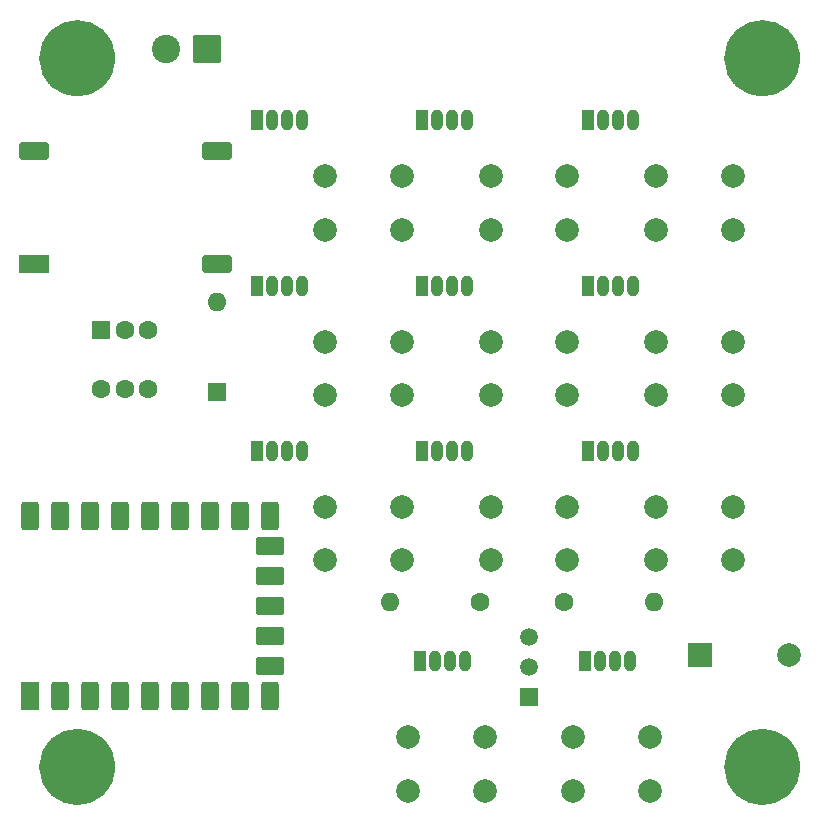
<source format=gts>
G04 #@! TF.GenerationSoftware,KiCad,Pcbnew,9.0.1*
G04 #@! TF.CreationDate,2025-05-31T12:37:46+02:00*
G04 #@! TF.ProjectId,piskvorky,7069736b-766f-4726-9b79-2e6b69636164,rev?*
G04 #@! TF.SameCoordinates,Original*
G04 #@! TF.FileFunction,Soldermask,Top*
G04 #@! TF.FilePolarity,Negative*
%FSLAX46Y46*%
G04 Gerber Fmt 4.6, Leading zero omitted, Abs format (unit mm)*
G04 Created by KiCad (PCBNEW 9.0.1) date 2025-05-31 12:37:46*
%MOMM*%
%LPD*%
G01*
G04 APERTURE LIST*
G04 Aperture macros list*
%AMRoundRect*
0 Rectangle with rounded corners*
0 $1 Rounding radius*
0 $2 $3 $4 $5 $6 $7 $8 $9 X,Y pos of 4 corners*
0 Add a 4 corners polygon primitive as box body*
4,1,4,$2,$3,$4,$5,$6,$7,$8,$9,$2,$3,0*
0 Add four circle primitives for the rounded corners*
1,1,$1+$1,$2,$3*
1,1,$1+$1,$4,$5*
1,1,$1+$1,$6,$7*
1,1,$1+$1,$8,$9*
0 Add four rect primitives between the rounded corners*
20,1,$1+$1,$2,$3,$4,$5,0*
20,1,$1+$1,$4,$5,$6,$7,0*
20,1,$1+$1,$6,$7,$8,$9,0*
20,1,$1+$1,$8,$9,$2,$3,0*%
%AMOutline4P*
0 Free polygon, 4 corners , with rotation*
0 The origin of the aperture is its center*
0 number of corners: always 4*
0 $1 to $8 corner X, Y*
0 $9 Rotation angle, in degrees counterclockwise*
0 create outline with 4 corners*
4,1,4,$1,$2,$3,$4,$5,$6,$7,$8,$1,$2,$9*%
G04 Aperture macros list end*
%ADD10C,3.250000*%
%ADD11R,1.000000X1.800000*%
%ADD12O,1.000000X1.800000*%
%ADD13C,2.000000*%
%ADD14R,2.000000X2.000000*%
%ADD15C,1.600000*%
%ADD16O,1.600000X1.600000*%
%ADD17R,1.524000X2.400000*%
%ADD18RoundRect,0.250000X0.512000X-0.950000X0.512000X0.950000X-0.512000X0.950000X-0.512000X-0.950000X0*%
%ADD19RoundRect,0.250000X0.950000X0.512000X-0.950000X0.512000X-0.950000X-0.512000X0.950000X-0.512000X0*%
%ADD20RoundRect,0.250000X-0.512000X0.950000X-0.512000X-0.950000X0.512000X-0.950000X0.512000X0.950000X0*%
%ADD21R,1.500000X1.500000*%
%ADD22C,1.500000*%
%ADD23Outline4P,-1.250000X0.762000X1.250000X0.762000X1.250000X-0.762000X-1.250000X-0.762000X0.000000*%
%ADD24RoundRect,0.250000X-1.000000X-0.512000X1.000000X-0.512000X1.000000X0.512000X-1.000000X0.512000X0*%
%ADD25R,1.600000X1.600000*%
%ADD26RoundRect,0.250001X0.949999X0.949999X-0.949999X0.949999X-0.949999X-0.949999X0.949999X-0.949999X0*%
%ADD27C,2.400000*%
G04 APERTURE END LIST*
D10*
X126425000Y-82750000D02*
G75*
G02*
X123175000Y-82750000I-1625000J0D01*
G01*
X123175000Y-82750000D02*
G75*
G02*
X126425000Y-82750000I1625000J0D01*
G01*
X184425000Y-82750000D02*
G75*
G02*
X181175000Y-82750000I-1625000J0D01*
G01*
X181175000Y-82750000D02*
G75*
G02*
X184425000Y-82750000I1625000J0D01*
G01*
X184425000Y-22750000D02*
G75*
G02*
X181175000Y-22750000I-1625000J0D01*
G01*
X181175000Y-22750000D02*
G75*
G02*
X184425000Y-22750000I1625000J0D01*
G01*
X126425000Y-22750000D02*
G75*
G02*
X123175000Y-22750000I-1625000J0D01*
G01*
X123175000Y-22750000D02*
G75*
G02*
X126425000Y-22750000I1625000J0D01*
G01*
D11*
X153800000Y-73750000D03*
D12*
X155070000Y-73750000D03*
X156340000Y-73750000D03*
X157610000Y-73750000D03*
D13*
X173800000Y-46750000D03*
X180300000Y-46750000D03*
X173800000Y-51250000D03*
X180300000Y-51250000D03*
D14*
X177500000Y-73250000D03*
D13*
X185100000Y-73250000D03*
D11*
X168000000Y-28000000D03*
D12*
X169270000Y-28000000D03*
X170540000Y-28000000D03*
X171810000Y-28000000D03*
D15*
X165990000Y-68750000D03*
D16*
X173610000Y-68750000D03*
D13*
X152800000Y-80250000D03*
X159300000Y-80250000D03*
X152800000Y-84750000D03*
X159300000Y-84750000D03*
X159800000Y-60750000D03*
X166300000Y-60750000D03*
X159800000Y-65250000D03*
X166300000Y-65250000D03*
X145800000Y-60750000D03*
X152300000Y-60750000D03*
X145800000Y-65250000D03*
X152300000Y-65250000D03*
X159800000Y-46750000D03*
X166300000Y-46750000D03*
X159800000Y-51250000D03*
X166300000Y-51250000D03*
D17*
X120800000Y-76750000D03*
D18*
X123340000Y-76750000D03*
X125880000Y-76750000D03*
X128420000Y-76750000D03*
X130960000Y-76750000D03*
X133500000Y-76750000D03*
X136040000Y-76750000D03*
X138580000Y-76750000D03*
X141120000Y-76750000D03*
D19*
X141120000Y-74210000D03*
X141120000Y-71670000D03*
X141120000Y-69130000D03*
X141120000Y-66590000D03*
X141120000Y-64050000D03*
D20*
X141120000Y-61510000D03*
X138580000Y-61510000D03*
X136040000Y-61510000D03*
X133500000Y-61510000D03*
X130960000Y-61510000D03*
X128420000Y-61510000D03*
X125880000Y-61510000D03*
X123340000Y-61510000D03*
X120800000Y-61510000D03*
D15*
X158860000Y-68750000D03*
D16*
X151240000Y-68750000D03*
D11*
X168000000Y-42000000D03*
D12*
X169270000Y-42000000D03*
X170540000Y-42000000D03*
X171810000Y-42000000D03*
D13*
X166800000Y-80250000D03*
X173300000Y-80250000D03*
X166800000Y-84750000D03*
X173300000Y-84750000D03*
D21*
X163050000Y-76790000D03*
D22*
X163050000Y-74250000D03*
X163050000Y-71710000D03*
D11*
X154000000Y-28000000D03*
D12*
X155270000Y-28000000D03*
X156540000Y-28000000D03*
X157810000Y-28000000D03*
D13*
X159800000Y-32750000D03*
X166300000Y-32750000D03*
X159800000Y-37250000D03*
X166300000Y-37250000D03*
D23*
X121162500Y-40137500D03*
D24*
X121162500Y-30637500D03*
X136662500Y-30637500D03*
X136662500Y-40137500D03*
D25*
X136644205Y-51004282D03*
D16*
X136644205Y-43384282D03*
D13*
X145800000Y-32750000D03*
X152300000Y-32750000D03*
X145800000Y-37250000D03*
X152300000Y-37250000D03*
X173800000Y-32750000D03*
X180300000Y-32750000D03*
X173800000Y-37250000D03*
X180300000Y-37250000D03*
D11*
X140000000Y-28000000D03*
D12*
X141270000Y-28000000D03*
X142540000Y-28000000D03*
X143810000Y-28000000D03*
D11*
X154000000Y-42000000D03*
D12*
X155270000Y-42000000D03*
X156540000Y-42000000D03*
X157810000Y-42000000D03*
D25*
X126800000Y-45750000D03*
D15*
X128800000Y-45750000D03*
X130800000Y-45750000D03*
X126800000Y-50750000D03*
X128800000Y-50750000D03*
X130800000Y-50750000D03*
D11*
X140000000Y-42000000D03*
D12*
X141270000Y-42000000D03*
X142540000Y-42000000D03*
X143810000Y-42000000D03*
D13*
X173800000Y-60750000D03*
X180300000Y-60750000D03*
X173800000Y-65250000D03*
X180300000Y-65250000D03*
X145800000Y-46750000D03*
X152300000Y-46750000D03*
X145800000Y-51250000D03*
X152300000Y-51250000D03*
D11*
X154000000Y-56000000D03*
D12*
X155270000Y-56000000D03*
X156540000Y-56000000D03*
X157810000Y-56000000D03*
D26*
X135800000Y-21982500D03*
D27*
X132300000Y-21982500D03*
D11*
X167800000Y-73750000D03*
D12*
X169070000Y-73750000D03*
X170340000Y-73750000D03*
X171610000Y-73750000D03*
D11*
X168000000Y-56000000D03*
D12*
X169270000Y-56000000D03*
X170540000Y-56000000D03*
X171810000Y-56000000D03*
D11*
X140000000Y-56000000D03*
D12*
X141270000Y-56000000D03*
X142540000Y-56000000D03*
X143810000Y-56000000D03*
M02*

</source>
